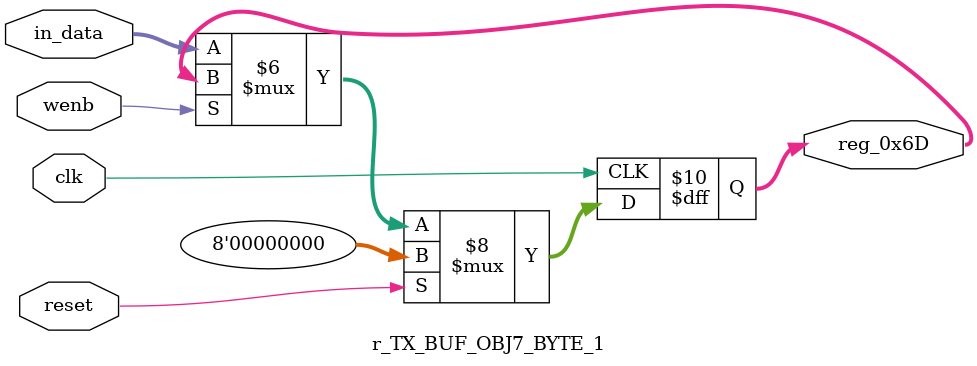
<source format=v>
module r_TX_BUF_OBJ7_BYTE_1(output reg [7:0] reg_0x6D, input wire reset, input wire wenb, input wire [7:0] in_data, input wire clk);
	always@(posedge clk)
	begin
		if(reset==0) begin
			if(wenb==0)
				reg_0x6D<=in_data;
			else
				reg_0x6D<=reg_0x6D;
		end
		else
			reg_0x6D<=8'h00;
	end
endmodule
</source>
